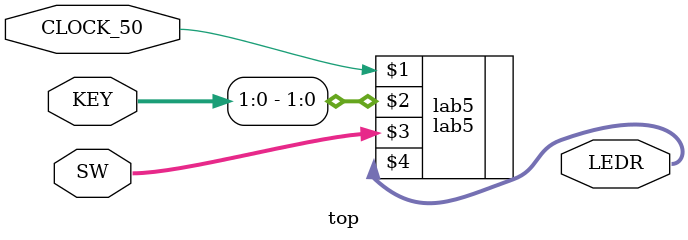
<source format=v>

module top (CLOCK_50, KEY, SW, LEDR);

    input CLOCK_50;             // DE-series 50 MHz clock signal
	 input wire [3:0] KEY;       // DE-series pushbuttons
    input wire [9:0] SW;        // DE-series switches
    
    output wire [9:0] LEDR;     // DE-series LEDs   

    lab5 lab5 (CLOCK_50, KEY[1:0], SW[9:0], LEDR[9:0]);

endmodule

</source>
